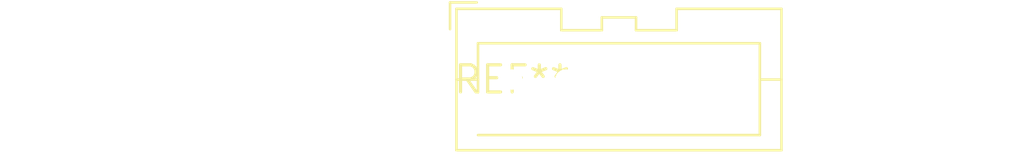
<source format=kicad_pcb>
(kicad_pcb (version 20240108) (generator pcbnew)
  (layers (0 "F.Cu" signal) (31 "B.Cu" signal) (34 "B.Paste" user) (35 "F.Paste" user) (36 "B.SilkS" user "B.Silkscreen") (37 "F.SilkS" user "F.Silkscreen") (38 "B.Mask" user) (39 "F.Mask" user) (44 "Edge.Cuts" user))
  (net 0 "")
  (footprint "JST_XA_B05B-XASK-1-A_1x05_P2.50mm_Vertical" (layer "F.Cu") (at 0 0)
    (property "Reference" "REF**")
    (property "Value" "JST_XA_B05B-XASK-1-A_1x05_P2.50mm_Vertical")
    (fp_line (start -2.91 -3.61) (end -2.91 -2.36) (layer "F.SilkS") (stroke (width 0.12)))
    (fp_line (start -2.61 -3.31) (end -2.61 3.31) (layer "F.SilkS") (stroke (width 0.12)))
    (fp_line (start -2.61 0) (end -1.6 0) (layer "F.SilkS") (stroke (width 0.12)))
    (fp_line (start -2.61 3.31) (end 12.61 3.31) (layer "F.SilkS") (stroke (width 0.12)))
    (fp_line (start -1.66 -3.61) (end -2.91 -3.61) (layer "F.SilkS") (stroke (width 0.12)))
    (fp_line (start -1.6 -1.7) (end 11.6 -1.7) (layer "F.SilkS") (stroke (width 0.12)))
    (fp_line (start -1.6 0.6) (end -1.6 -1.7) (layer "F.SilkS") (stroke (width 0.12)))
    (fp_line (start 2.3 -3.31) (end -2.61 -3.31) (layer "F.SilkS") (stroke (width 0.12)))
    (fp_line (start 2.3 -2.31) (end 2.3 -3.31) (layer "F.SilkS") (stroke (width 0.12)))
    (fp_line (start 4.2 -2.91) (end 4.2 -2.31) (layer "F.SilkS") (stroke (width 0.12)))
    (fp_line (start 4.2 -2.31) (end 2.3 -2.31) (layer "F.SilkS") (stroke (width 0.12)))
    (fp_line (start 5.8 -2.91) (end 4.2 -2.91) (layer "F.SilkS") (stroke (width 0.12)))
    (fp_line (start 5.8 -2.31) (end 5.8 -2.91) (layer "F.SilkS") (stroke (width 0.12)))
    (fp_line (start 7.7 -3.31) (end 7.7 -2.31) (layer "F.SilkS") (stroke (width 0.12)))
    (fp_line (start 7.7 -2.31) (end 5.8 -2.31) (layer "F.SilkS") (stroke (width 0.12)))
    (fp_line (start 11.6 -1.7) (end 11.6 2.6) (layer "F.SilkS") (stroke (width 0.12)))
    (fp_line (start 11.6 2.6) (end -1.6 2.6) (layer "F.SilkS") (stroke (width 0.12)))
    (fp_line (start 12.61 -3.31) (end 7.7 -3.31) (layer "F.SilkS") (stroke (width 0.12)))
    (fp_line (start 12.61 0) (end 11.6 0) (layer "F.SilkS") (stroke (width 0.12)))
    (fp_line (start 12.61 3.31) (end 12.61 -3.31) (layer "F.SilkS") (stroke (width 0.12)))
    (pad "" np_thru_hole circle (at -1.6 1.6) (size 1.25 1.25) (drill 1.25) (layers *.Cu *.Mask))
    (pad "1" thru_hole roundrect (at 0 0) (size 1.7 1.95) (drill 0.95) (layers *.Cu *.Mask) (remove_unused_layers) (roundrect_rratio 0.147059))
    (pad "2" thru_hole oval (at 2.5 0) (size 1.7 1.95) (drill 0.95) (layers *.Cu *.Mask) (remove_unused_layers))
    (pad "3" thru_hole oval (at 5 0) (size 1.7 1.95) (drill 0.95) (layers *.Cu *.Mask) (remove_unused_layers))
    (pad "4" thru_hole oval (at 7.5 0) (size 1.7 1.95) (drill 0.95) (layers *.Cu *.Mask) (remove_unused_layers))
    (pad "5" thru_hole oval (at 10 0) (size 1.7 1.95) (drill 0.95) (layers *.Cu *.Mask) (remove_unused_layers))
  )
)
</source>
